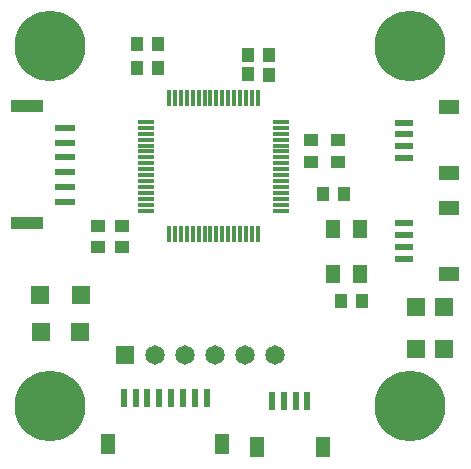
<source format=gbr>
%TF.GenerationSoftware,Altium Limited,Altium Designer,21.3.2 (30)*%
G04 Layer_Color=255*
%FSLAX44Y44*%
%MOMM*%
%TF.SameCoordinates,DF9C5644-7730-4CB0-946D-AD2690A7FF42*%
%TF.FilePolarity,Positive*%
%TF.FileFunction,Pads,Top*%
%TF.Part,Single*%
G01*
G75*
%TA.AperFunction,SMDPad,CuDef*%
%ADD10R,1.5000X1.5000*%
%ADD11R,1.3000X1.6000*%
%ADD12R,1.3000X1.0000*%
%ADD13R,0.3000X1.4750*%
%ADD14R,1.4750X0.3000*%
%ADD15R,1.5240X1.5240*%
%ADD16R,1.5000X1.5000*%
%ADD17R,2.7000X1.0000*%
%ADD18R,1.7000X0.6000*%
%ADD19R,1.2000X1.8000*%
%ADD20R,0.6000X1.5500*%
%ADD21R,0.6000X1.5500*%
%ADD22R,1.2000X1.8000*%
%ADD23R,1.8000X1.2000*%
%ADD24R,1.5500X0.6000*%
%ADD25R,1.0000X1.3000*%
%TA.AperFunction,ComponentPad*%
%ADD29C,1.6500*%
%ADD30R,1.6500X1.6500*%
%TA.AperFunction,ViaPad*%
%ADD31C,5.9944*%
D10*
X943610Y693140D02*
D03*
Y658140D02*
D03*
X919480Y693140D02*
D03*
Y658140D02*
D03*
D11*
X849560Y721410D02*
D03*
Y759410D02*
D03*
X872560D02*
D03*
Y721410D02*
D03*
D12*
X853340Y816490D02*
D03*
X853440Y834390D02*
D03*
X830580D02*
D03*
X830480Y816490D02*
D03*
X650340Y762120D02*
D03*
X650240Y744220D02*
D03*
X670660Y762120D02*
D03*
X670560Y744220D02*
D03*
D13*
X785692Y755142D02*
D03*
X780692D02*
D03*
X775692D02*
D03*
X770692D02*
D03*
X765692D02*
D03*
X760692D02*
D03*
X755692D02*
D03*
X750692D02*
D03*
X745692D02*
D03*
X740692D02*
D03*
X735692D02*
D03*
X730692D02*
D03*
X725692D02*
D03*
X720692D02*
D03*
X715692D02*
D03*
X710692D02*
D03*
Y869902D02*
D03*
X715692D02*
D03*
X720692D02*
D03*
X725692D02*
D03*
X730692D02*
D03*
X735692D02*
D03*
X740692D02*
D03*
X745692D02*
D03*
X750692D02*
D03*
X755692D02*
D03*
X760692D02*
D03*
X765692D02*
D03*
X770692D02*
D03*
X775692D02*
D03*
X780692D02*
D03*
X785692D02*
D03*
D14*
X690812Y775022D02*
D03*
Y780022D02*
D03*
Y785022D02*
D03*
Y790022D02*
D03*
Y795022D02*
D03*
Y800022D02*
D03*
Y805022D02*
D03*
Y810022D02*
D03*
Y815022D02*
D03*
Y820022D02*
D03*
Y825022D02*
D03*
Y830022D02*
D03*
Y835022D02*
D03*
Y840022D02*
D03*
Y845022D02*
D03*
Y850022D02*
D03*
X805572D02*
D03*
Y845022D02*
D03*
Y840022D02*
D03*
Y835022D02*
D03*
Y830022D02*
D03*
Y825022D02*
D03*
Y820022D02*
D03*
Y815022D02*
D03*
Y810022D02*
D03*
Y805022D02*
D03*
Y800022D02*
D03*
Y795022D02*
D03*
Y790022D02*
D03*
Y785022D02*
D03*
Y780022D02*
D03*
Y775022D02*
D03*
D15*
X601980Y671830D02*
D03*
X635000D02*
D03*
D16*
X635990Y703580D02*
D03*
X600990D02*
D03*
D17*
X590550Y863600D02*
D03*
Y764100D02*
D03*
D18*
X622550Y845100D02*
D03*
Y832600D02*
D03*
Y820100D02*
D03*
Y807600D02*
D03*
Y795100D02*
D03*
Y782600D02*
D03*
D19*
X840880Y574660D02*
D03*
X784880D02*
D03*
D20*
X797880Y613410D02*
D03*
X807880D02*
D03*
X817880D02*
D03*
X827880D02*
D03*
D21*
X672390Y616280D02*
D03*
X682390D02*
D03*
X692390D02*
D03*
X702390D02*
D03*
X712390D02*
D03*
X722390D02*
D03*
X732390D02*
D03*
X742390D02*
D03*
D22*
X659390Y577520D02*
D03*
X755390D02*
D03*
D23*
X948070Y777380D02*
D03*
Y721380D02*
D03*
Y862470D02*
D03*
Y806470D02*
D03*
D24*
X909320Y734380D02*
D03*
Y744380D02*
D03*
Y754380D02*
D03*
Y764380D02*
D03*
Y819470D02*
D03*
Y829470D02*
D03*
Y839470D02*
D03*
Y849470D02*
D03*
D25*
X855980Y698500D02*
D03*
X873880Y698400D02*
D03*
X840620Y788770D02*
D03*
X858520Y788670D02*
D03*
X701040Y915670D02*
D03*
X683140Y915770D02*
D03*
X701040Y895350D02*
D03*
X683140Y895450D02*
D03*
X777120Y906880D02*
D03*
X795020Y906780D02*
D03*
X777240Y890270D02*
D03*
X795140Y890170D02*
D03*
D29*
X723900Y652540D02*
D03*
X698500D02*
D03*
X749300D02*
D03*
X774700D02*
D03*
X800100D02*
D03*
D30*
X673100D02*
D03*
D31*
X609600Y609600D02*
D03*
X914400D02*
D03*
Y914400D02*
D03*
X609600D02*
D03*
%TF.MD5,9b939c5bdacf086ee557cdfeeaee653e*%
M02*

</source>
